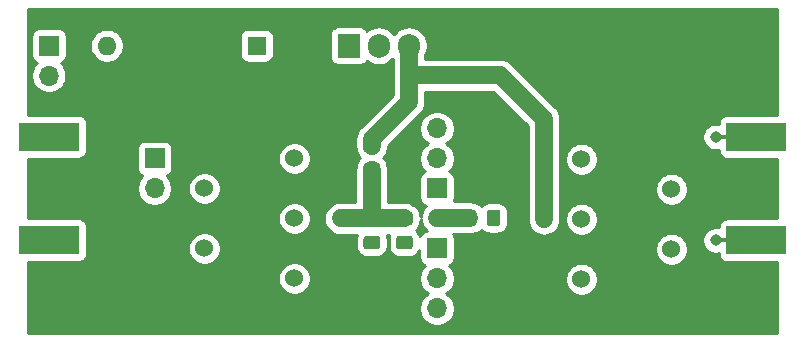
<source format=gbr>
G04 #@! TF.GenerationSoftware,KiCad,Pcbnew,(5.1.5)-3*
G04 #@! TF.CreationDate,2020-02-01T14:42:05-08:00*
G04 #@! TF.ProjectId,Power Amplifier 1,506f7765-7220-4416-9d70-6c6966696572,rev?*
G04 #@! TF.SameCoordinates,Original*
G04 #@! TF.FileFunction,Copper,L2,Bot*
G04 #@! TF.FilePolarity,Positive*
%FSLAX46Y46*%
G04 Gerber Fmt 4.6, Leading zero omitted, Abs format (unit mm)*
G04 Created by KiCad (PCBNEW (5.1.5)-3) date 2020-02-01 14:42:05*
%MOMM*%
%LPD*%
G04 APERTURE LIST*
%ADD10R,5.080000X2.420000*%
%ADD11O,1.700000X1.700000*%
%ADD12R,1.700000X1.700000*%
%ADD13R,0.950000X0.460000*%
%ADD14C,0.970000*%
%ADD15C,0.100000*%
%ADD16O,1.600000X1.600000*%
%ADD17R,1.600000X1.600000*%
%ADD18C,1.524000*%
%ADD19O,1.905000X2.000000*%
%ADD20R,1.905000X2.000000*%
%ADD21C,1.016000*%
%ADD22C,1.500000*%
%ADD23C,1.000000*%
%ADD24C,0.254000*%
G04 APERTURE END LIST*
D10*
X18688900Y-56729400D03*
X18688900Y-47969400D03*
D11*
X51523900Y-62509400D03*
X51523900Y-59969400D03*
D12*
X51523900Y-57429400D03*
D11*
X51523900Y-47269400D03*
X51523900Y-49809400D03*
D12*
X51523900Y-52349400D03*
D13*
X75565000Y-47982100D03*
X75565000Y-56742100D03*
D14*
X75115000Y-47982100D03*
X75115000Y-56742100D03*
D10*
X78555000Y-47982100D03*
X78555000Y-56742100D03*
D11*
X27609800Y-52349400D03*
D12*
X27609800Y-49809400D03*
G04 #@! TA.AperFunction,SMDPad,CuDef*
D15*
G36*
X49242505Y-56356604D02*
G01*
X49266773Y-56360204D01*
X49290572Y-56366165D01*
X49313671Y-56374430D01*
X49335850Y-56384920D01*
X49356893Y-56397532D01*
X49376599Y-56412147D01*
X49394777Y-56428623D01*
X49411253Y-56446801D01*
X49425868Y-56466507D01*
X49438480Y-56487550D01*
X49448970Y-56509729D01*
X49457235Y-56532828D01*
X49463196Y-56556627D01*
X49466796Y-56580895D01*
X49468000Y-56605399D01*
X49468000Y-57255401D01*
X49466796Y-57279905D01*
X49463196Y-57304173D01*
X49457235Y-57327972D01*
X49448970Y-57351071D01*
X49438480Y-57373250D01*
X49425868Y-57394293D01*
X49411253Y-57413999D01*
X49394777Y-57432177D01*
X49376599Y-57448653D01*
X49356893Y-57463268D01*
X49335850Y-57475880D01*
X49313671Y-57486370D01*
X49290572Y-57494635D01*
X49266773Y-57500596D01*
X49242505Y-57504196D01*
X49218001Y-57505400D01*
X48317999Y-57505400D01*
X48293495Y-57504196D01*
X48269227Y-57500596D01*
X48245428Y-57494635D01*
X48222329Y-57486370D01*
X48200150Y-57475880D01*
X48179107Y-57463268D01*
X48159401Y-57448653D01*
X48141223Y-57432177D01*
X48124747Y-57413999D01*
X48110132Y-57394293D01*
X48097520Y-57373250D01*
X48087030Y-57351071D01*
X48078765Y-57327972D01*
X48072804Y-57304173D01*
X48069204Y-57279905D01*
X48068000Y-57255401D01*
X48068000Y-56605399D01*
X48069204Y-56580895D01*
X48072804Y-56556627D01*
X48078765Y-56532828D01*
X48087030Y-56509729D01*
X48097520Y-56487550D01*
X48110132Y-56466507D01*
X48124747Y-56446801D01*
X48141223Y-56428623D01*
X48159401Y-56412147D01*
X48179107Y-56397532D01*
X48200150Y-56384920D01*
X48222329Y-56374430D01*
X48245428Y-56366165D01*
X48269227Y-56360204D01*
X48293495Y-56356604D01*
X48317999Y-56355400D01*
X49218001Y-56355400D01*
X49242505Y-56356604D01*
G37*
G04 #@! TD.AperFunction*
G04 #@! TA.AperFunction,SMDPad,CuDef*
G36*
X49242505Y-54306604D02*
G01*
X49266773Y-54310204D01*
X49290572Y-54316165D01*
X49313671Y-54324430D01*
X49335850Y-54334920D01*
X49356893Y-54347532D01*
X49376599Y-54362147D01*
X49394777Y-54378623D01*
X49411253Y-54396801D01*
X49425868Y-54416507D01*
X49438480Y-54437550D01*
X49448970Y-54459729D01*
X49457235Y-54482828D01*
X49463196Y-54506627D01*
X49466796Y-54530895D01*
X49468000Y-54555399D01*
X49468000Y-55205401D01*
X49466796Y-55229905D01*
X49463196Y-55254173D01*
X49457235Y-55277972D01*
X49448970Y-55301071D01*
X49438480Y-55323250D01*
X49425868Y-55344293D01*
X49411253Y-55363999D01*
X49394777Y-55382177D01*
X49376599Y-55398653D01*
X49356893Y-55413268D01*
X49335850Y-55425880D01*
X49313671Y-55436370D01*
X49290572Y-55444635D01*
X49266773Y-55450596D01*
X49242505Y-55454196D01*
X49218001Y-55455400D01*
X48317999Y-55455400D01*
X48293495Y-55454196D01*
X48269227Y-55450596D01*
X48245428Y-55444635D01*
X48222329Y-55436370D01*
X48200150Y-55425880D01*
X48179107Y-55413268D01*
X48159401Y-55398653D01*
X48141223Y-55382177D01*
X48124747Y-55363999D01*
X48110132Y-55344293D01*
X48097520Y-55323250D01*
X48087030Y-55301071D01*
X48078765Y-55277972D01*
X48072804Y-55254173D01*
X48069204Y-55229905D01*
X48068000Y-55205401D01*
X48068000Y-54555399D01*
X48069204Y-54530895D01*
X48072804Y-54506627D01*
X48078765Y-54482828D01*
X48087030Y-54459729D01*
X48097520Y-54437550D01*
X48110132Y-54416507D01*
X48124747Y-54396801D01*
X48141223Y-54378623D01*
X48159401Y-54362147D01*
X48179107Y-54347532D01*
X48200150Y-54334920D01*
X48222329Y-54324430D01*
X48245428Y-54316165D01*
X48269227Y-54310204D01*
X48293495Y-54306604D01*
X48317999Y-54305400D01*
X49218001Y-54305400D01*
X49242505Y-54306604D01*
G37*
G04 #@! TD.AperFunction*
D16*
X23558500Y-40259000D03*
D17*
X36258500Y-40259000D03*
D11*
X18669000Y-42799000D03*
D12*
X18669000Y-40259000D03*
G04 #@! TA.AperFunction,SMDPad,CuDef*
D15*
G36*
X46473905Y-50193404D02*
G01*
X46498173Y-50197004D01*
X46521972Y-50202965D01*
X46545071Y-50211230D01*
X46567250Y-50221720D01*
X46588293Y-50234332D01*
X46607999Y-50248947D01*
X46626177Y-50265423D01*
X46642653Y-50283601D01*
X46657268Y-50303307D01*
X46669880Y-50324350D01*
X46680370Y-50346529D01*
X46688635Y-50369628D01*
X46694596Y-50393427D01*
X46698196Y-50417695D01*
X46699400Y-50442199D01*
X46699400Y-51092201D01*
X46698196Y-51116705D01*
X46694596Y-51140973D01*
X46688635Y-51164772D01*
X46680370Y-51187871D01*
X46669880Y-51210050D01*
X46657268Y-51231093D01*
X46642653Y-51250799D01*
X46626177Y-51268977D01*
X46607999Y-51285453D01*
X46588293Y-51300068D01*
X46567250Y-51312680D01*
X46545071Y-51323170D01*
X46521972Y-51331435D01*
X46498173Y-51337396D01*
X46473905Y-51340996D01*
X46449401Y-51342200D01*
X45549399Y-51342200D01*
X45524895Y-51340996D01*
X45500627Y-51337396D01*
X45476828Y-51331435D01*
X45453729Y-51323170D01*
X45431550Y-51312680D01*
X45410507Y-51300068D01*
X45390801Y-51285453D01*
X45372623Y-51268977D01*
X45356147Y-51250799D01*
X45341532Y-51231093D01*
X45328920Y-51210050D01*
X45318430Y-51187871D01*
X45310165Y-51164772D01*
X45304204Y-51140973D01*
X45300604Y-51116705D01*
X45299400Y-51092201D01*
X45299400Y-50442199D01*
X45300604Y-50417695D01*
X45304204Y-50393427D01*
X45310165Y-50369628D01*
X45318430Y-50346529D01*
X45328920Y-50324350D01*
X45341532Y-50303307D01*
X45356147Y-50283601D01*
X45372623Y-50265423D01*
X45390801Y-50248947D01*
X45410507Y-50234332D01*
X45431550Y-50221720D01*
X45453729Y-50211230D01*
X45476828Y-50202965D01*
X45500627Y-50197004D01*
X45524895Y-50193404D01*
X45549399Y-50192200D01*
X46449401Y-50192200D01*
X46473905Y-50193404D01*
G37*
G04 #@! TD.AperFunction*
G04 #@! TA.AperFunction,SMDPad,CuDef*
G36*
X46473905Y-48143404D02*
G01*
X46498173Y-48147004D01*
X46521972Y-48152965D01*
X46545071Y-48161230D01*
X46567250Y-48171720D01*
X46588293Y-48184332D01*
X46607999Y-48198947D01*
X46626177Y-48215423D01*
X46642653Y-48233601D01*
X46657268Y-48253307D01*
X46669880Y-48274350D01*
X46680370Y-48296529D01*
X46688635Y-48319628D01*
X46694596Y-48343427D01*
X46698196Y-48367695D01*
X46699400Y-48392199D01*
X46699400Y-49042201D01*
X46698196Y-49066705D01*
X46694596Y-49090973D01*
X46688635Y-49114772D01*
X46680370Y-49137871D01*
X46669880Y-49160050D01*
X46657268Y-49181093D01*
X46642653Y-49200799D01*
X46626177Y-49218977D01*
X46607999Y-49235453D01*
X46588293Y-49250068D01*
X46567250Y-49262680D01*
X46545071Y-49273170D01*
X46521972Y-49281435D01*
X46498173Y-49287396D01*
X46473905Y-49290996D01*
X46449401Y-49292200D01*
X45549399Y-49292200D01*
X45524895Y-49290996D01*
X45500627Y-49287396D01*
X45476828Y-49281435D01*
X45453729Y-49273170D01*
X45431550Y-49262680D01*
X45410507Y-49250068D01*
X45390801Y-49235453D01*
X45372623Y-49218977D01*
X45356147Y-49200799D01*
X45341532Y-49181093D01*
X45328920Y-49160050D01*
X45318430Y-49137871D01*
X45310165Y-49114772D01*
X45304204Y-49090973D01*
X45300604Y-49066705D01*
X45299400Y-49042201D01*
X45299400Y-48392199D01*
X45300604Y-48367695D01*
X45304204Y-48343427D01*
X45310165Y-48319628D01*
X45318430Y-48296529D01*
X45328920Y-48274350D01*
X45341532Y-48253307D01*
X45356147Y-48233601D01*
X45372623Y-48215423D01*
X45390801Y-48198947D01*
X45410507Y-48184332D01*
X45431550Y-48171720D01*
X45453729Y-48161230D01*
X45476828Y-48152965D01*
X45500627Y-48147004D01*
X45524895Y-48143404D01*
X45549399Y-48142200D01*
X46449401Y-48142200D01*
X46473905Y-48143404D01*
G37*
G04 #@! TD.AperFunction*
G04 #@! TA.AperFunction,SMDPad,CuDef*
G36*
X46473905Y-56365604D02*
G01*
X46498173Y-56369204D01*
X46521972Y-56375165D01*
X46545071Y-56383430D01*
X46567250Y-56393920D01*
X46588293Y-56406532D01*
X46607999Y-56421147D01*
X46626177Y-56437623D01*
X46642653Y-56455801D01*
X46657268Y-56475507D01*
X46669880Y-56496550D01*
X46680370Y-56518729D01*
X46688635Y-56541828D01*
X46694596Y-56565627D01*
X46698196Y-56589895D01*
X46699400Y-56614399D01*
X46699400Y-57264401D01*
X46698196Y-57288905D01*
X46694596Y-57313173D01*
X46688635Y-57336972D01*
X46680370Y-57360071D01*
X46669880Y-57382250D01*
X46657268Y-57403293D01*
X46642653Y-57422999D01*
X46626177Y-57441177D01*
X46607999Y-57457653D01*
X46588293Y-57472268D01*
X46567250Y-57484880D01*
X46545071Y-57495370D01*
X46521972Y-57503635D01*
X46498173Y-57509596D01*
X46473905Y-57513196D01*
X46449401Y-57514400D01*
X45549399Y-57514400D01*
X45524895Y-57513196D01*
X45500627Y-57509596D01*
X45476828Y-57503635D01*
X45453729Y-57495370D01*
X45431550Y-57484880D01*
X45410507Y-57472268D01*
X45390801Y-57457653D01*
X45372623Y-57441177D01*
X45356147Y-57422999D01*
X45341532Y-57403293D01*
X45328920Y-57382250D01*
X45318430Y-57360071D01*
X45310165Y-57336972D01*
X45304204Y-57313173D01*
X45300604Y-57288905D01*
X45299400Y-57264401D01*
X45299400Y-56614399D01*
X45300604Y-56589895D01*
X45304204Y-56565627D01*
X45310165Y-56541828D01*
X45318430Y-56518729D01*
X45328920Y-56496550D01*
X45341532Y-56475507D01*
X45356147Y-56455801D01*
X45372623Y-56437623D01*
X45390801Y-56421147D01*
X45410507Y-56406532D01*
X45431550Y-56393920D01*
X45453729Y-56383430D01*
X45476828Y-56375165D01*
X45500627Y-56369204D01*
X45524895Y-56365604D01*
X45549399Y-56364400D01*
X46449401Y-56364400D01*
X46473905Y-56365604D01*
G37*
G04 #@! TD.AperFunction*
G04 #@! TA.AperFunction,SMDPad,CuDef*
G36*
X46473905Y-54315604D02*
G01*
X46498173Y-54319204D01*
X46521972Y-54325165D01*
X46545071Y-54333430D01*
X46567250Y-54343920D01*
X46588293Y-54356532D01*
X46607999Y-54371147D01*
X46626177Y-54387623D01*
X46642653Y-54405801D01*
X46657268Y-54425507D01*
X46669880Y-54446550D01*
X46680370Y-54468729D01*
X46688635Y-54491828D01*
X46694596Y-54515627D01*
X46698196Y-54539895D01*
X46699400Y-54564399D01*
X46699400Y-55214401D01*
X46698196Y-55238905D01*
X46694596Y-55263173D01*
X46688635Y-55286972D01*
X46680370Y-55310071D01*
X46669880Y-55332250D01*
X46657268Y-55353293D01*
X46642653Y-55372999D01*
X46626177Y-55391177D01*
X46607999Y-55407653D01*
X46588293Y-55422268D01*
X46567250Y-55434880D01*
X46545071Y-55445370D01*
X46521972Y-55453635D01*
X46498173Y-55459596D01*
X46473905Y-55463196D01*
X46449401Y-55464400D01*
X45549399Y-55464400D01*
X45524895Y-55463196D01*
X45500627Y-55459596D01*
X45476828Y-55453635D01*
X45453729Y-55445370D01*
X45431550Y-55434880D01*
X45410507Y-55422268D01*
X45390801Y-55407653D01*
X45372623Y-55391177D01*
X45356147Y-55372999D01*
X45341532Y-55353293D01*
X45328920Y-55332250D01*
X45318430Y-55310071D01*
X45310165Y-55286972D01*
X45304204Y-55263173D01*
X45300604Y-55238905D01*
X45299400Y-55214401D01*
X45299400Y-54564399D01*
X45300604Y-54539895D01*
X45304204Y-54515627D01*
X45310165Y-54491828D01*
X45318430Y-54468729D01*
X45328920Y-54446550D01*
X45341532Y-54425507D01*
X45356147Y-54405801D01*
X45372623Y-54387623D01*
X45390801Y-54371147D01*
X45410507Y-54356532D01*
X45431550Y-54343920D01*
X45453729Y-54333430D01*
X45476828Y-54325165D01*
X45500627Y-54319204D01*
X45524895Y-54315604D01*
X45549399Y-54314400D01*
X46449401Y-54314400D01*
X46473905Y-54315604D01*
G37*
G04 #@! TD.AperFunction*
G04 #@! TA.AperFunction,SMDPad,CuDef*
G36*
X56666605Y-54139804D02*
G01*
X56690873Y-54143404D01*
X56714672Y-54149365D01*
X56737771Y-54157630D01*
X56759950Y-54168120D01*
X56780993Y-54180732D01*
X56800699Y-54195347D01*
X56818877Y-54211823D01*
X56835353Y-54230001D01*
X56849968Y-54249707D01*
X56862580Y-54270750D01*
X56873070Y-54292929D01*
X56881335Y-54316028D01*
X56887296Y-54339827D01*
X56890896Y-54364095D01*
X56892100Y-54388599D01*
X56892100Y-55288601D01*
X56890896Y-55313105D01*
X56887296Y-55337373D01*
X56881335Y-55361172D01*
X56873070Y-55384271D01*
X56862580Y-55406450D01*
X56849968Y-55427493D01*
X56835353Y-55447199D01*
X56818877Y-55465377D01*
X56800699Y-55481853D01*
X56780993Y-55496468D01*
X56759950Y-55509080D01*
X56737771Y-55519570D01*
X56714672Y-55527835D01*
X56690873Y-55533796D01*
X56666605Y-55537396D01*
X56642101Y-55538600D01*
X55992099Y-55538600D01*
X55967595Y-55537396D01*
X55943327Y-55533796D01*
X55919528Y-55527835D01*
X55896429Y-55519570D01*
X55874250Y-55509080D01*
X55853207Y-55496468D01*
X55833501Y-55481853D01*
X55815323Y-55465377D01*
X55798847Y-55447199D01*
X55784232Y-55427493D01*
X55771620Y-55406450D01*
X55761130Y-55384271D01*
X55752865Y-55361172D01*
X55746904Y-55337373D01*
X55743304Y-55313105D01*
X55742100Y-55288601D01*
X55742100Y-54388599D01*
X55743304Y-54364095D01*
X55746904Y-54339827D01*
X55752865Y-54316028D01*
X55761130Y-54292929D01*
X55771620Y-54270750D01*
X55784232Y-54249707D01*
X55798847Y-54230001D01*
X55815323Y-54211823D01*
X55833501Y-54195347D01*
X55853207Y-54180732D01*
X55874250Y-54168120D01*
X55896429Y-54157630D01*
X55919528Y-54149365D01*
X55943327Y-54143404D01*
X55967595Y-54139804D01*
X55992099Y-54138600D01*
X56642101Y-54138600D01*
X56666605Y-54139804D01*
G37*
G04 #@! TD.AperFunction*
G04 #@! TA.AperFunction,SMDPad,CuDef*
G36*
X54616605Y-54139804D02*
G01*
X54640873Y-54143404D01*
X54664672Y-54149365D01*
X54687771Y-54157630D01*
X54709950Y-54168120D01*
X54730993Y-54180732D01*
X54750699Y-54195347D01*
X54768877Y-54211823D01*
X54785353Y-54230001D01*
X54799968Y-54249707D01*
X54812580Y-54270750D01*
X54823070Y-54292929D01*
X54831335Y-54316028D01*
X54837296Y-54339827D01*
X54840896Y-54364095D01*
X54842100Y-54388599D01*
X54842100Y-55288601D01*
X54840896Y-55313105D01*
X54837296Y-55337373D01*
X54831335Y-55361172D01*
X54823070Y-55384271D01*
X54812580Y-55406450D01*
X54799968Y-55427493D01*
X54785353Y-55447199D01*
X54768877Y-55465377D01*
X54750699Y-55481853D01*
X54730993Y-55496468D01*
X54709950Y-55509080D01*
X54687771Y-55519570D01*
X54664672Y-55527835D01*
X54640873Y-55533796D01*
X54616605Y-55537396D01*
X54592101Y-55538600D01*
X53942099Y-55538600D01*
X53917595Y-55537396D01*
X53893327Y-55533796D01*
X53869528Y-55527835D01*
X53846429Y-55519570D01*
X53824250Y-55509080D01*
X53803207Y-55496468D01*
X53783501Y-55481853D01*
X53765323Y-55465377D01*
X53748847Y-55447199D01*
X53734232Y-55427493D01*
X53721620Y-55406450D01*
X53711130Y-55384271D01*
X53702865Y-55361172D01*
X53696904Y-55337373D01*
X53693304Y-55313105D01*
X53692100Y-55288601D01*
X53692100Y-54388599D01*
X53693304Y-54364095D01*
X53696904Y-54339827D01*
X53702865Y-54316028D01*
X53711130Y-54292929D01*
X53721620Y-54270750D01*
X53734232Y-54249707D01*
X53748847Y-54230001D01*
X53765323Y-54211823D01*
X53783501Y-54195347D01*
X53803207Y-54180732D01*
X53824250Y-54168120D01*
X53846429Y-54157630D01*
X53869528Y-54149365D01*
X53893327Y-54143404D01*
X53917595Y-54139804D01*
X53942099Y-54138600D01*
X54592101Y-54138600D01*
X54616605Y-54139804D01*
G37*
G04 #@! TD.AperFunction*
D18*
X39446200Y-49809400D03*
X39446200Y-54889400D03*
X39446200Y-59969400D03*
X31826200Y-57429400D03*
X31826200Y-52349400D03*
X71374000Y-52412900D03*
X71374000Y-57492900D03*
X63754000Y-60032900D03*
X63754000Y-54952900D03*
X63754000Y-49872900D03*
D19*
X49149000Y-40259000D03*
X46609000Y-40259000D03*
D20*
X44069000Y-40259000D03*
D21*
X60579000Y-54952900D03*
X43357800Y-54889400D03*
X51523900Y-54838600D03*
D22*
X49149000Y-42759000D02*
X49149000Y-40259000D01*
X49149000Y-44992600D02*
X49149000Y-42759000D01*
X45999400Y-48142200D02*
X49149000Y-44992600D01*
X45999400Y-48717200D02*
X45999400Y-48142200D01*
X60579000Y-54952900D02*
X60579000Y-46482000D01*
X56856000Y-42759000D02*
X49149000Y-42759000D01*
X60579000Y-46482000D02*
X56856000Y-42759000D01*
X45999400Y-54889400D02*
X43357800Y-54889400D01*
X45999400Y-50767200D02*
X45999400Y-54889400D01*
D23*
X48759000Y-54889400D02*
X48768000Y-54880400D01*
D22*
X45999400Y-54889400D02*
X48759000Y-54889400D01*
X51523900Y-54838600D02*
X54267100Y-54838600D01*
D24*
G36*
X80340000Y-46134028D02*
G01*
X76015000Y-46134028D01*
X75890518Y-46146288D01*
X75770820Y-46182598D01*
X75660506Y-46241563D01*
X75563815Y-46320915D01*
X75484463Y-46417606D01*
X75425498Y-46527920D01*
X75389188Y-46647618D01*
X75376928Y-46772100D01*
X75376928Y-46892259D01*
X75225310Y-46862100D01*
X75004690Y-46862100D01*
X74788308Y-46905141D01*
X74584481Y-46989569D01*
X74401042Y-47112139D01*
X74245039Y-47268142D01*
X74122469Y-47451581D01*
X74038041Y-47655408D01*
X73995000Y-47871790D01*
X73995000Y-48092410D01*
X74038041Y-48308792D01*
X74122469Y-48512619D01*
X74245039Y-48696058D01*
X74401042Y-48852061D01*
X74584481Y-48974631D01*
X74788308Y-49059059D01*
X75004690Y-49102100D01*
X75225310Y-49102100D01*
X75376928Y-49071941D01*
X75376928Y-49192100D01*
X75389188Y-49316582D01*
X75425498Y-49436280D01*
X75484463Y-49546594D01*
X75563815Y-49643285D01*
X75660506Y-49722637D01*
X75770820Y-49781602D01*
X75890518Y-49817912D01*
X76015000Y-49830172D01*
X80340000Y-49830172D01*
X80340001Y-54894028D01*
X76015000Y-54894028D01*
X75890518Y-54906288D01*
X75770820Y-54942598D01*
X75660506Y-55001563D01*
X75563815Y-55080915D01*
X75484463Y-55177606D01*
X75425498Y-55287920D01*
X75389188Y-55407618D01*
X75376928Y-55532100D01*
X75376928Y-55652259D01*
X75225310Y-55622100D01*
X75004690Y-55622100D01*
X74788308Y-55665141D01*
X74584481Y-55749569D01*
X74401042Y-55872139D01*
X74245039Y-56028142D01*
X74122469Y-56211581D01*
X74038041Y-56415408D01*
X73995000Y-56631790D01*
X73995000Y-56852410D01*
X74038041Y-57068792D01*
X74122469Y-57272619D01*
X74245039Y-57456058D01*
X74401042Y-57612061D01*
X74584481Y-57734631D01*
X74788308Y-57819059D01*
X75004690Y-57862100D01*
X75225310Y-57862100D01*
X75376928Y-57831941D01*
X75376928Y-57952100D01*
X75389188Y-58076582D01*
X75425498Y-58196280D01*
X75484463Y-58306594D01*
X75563815Y-58403285D01*
X75660506Y-58482637D01*
X75770820Y-58541602D01*
X75890518Y-58577912D01*
X76015000Y-58590172D01*
X80340001Y-58590172D01*
X80340001Y-64618000D01*
X16916000Y-64618000D01*
X16916000Y-59831808D01*
X38049200Y-59831808D01*
X38049200Y-60106992D01*
X38102886Y-60376890D01*
X38208195Y-60631127D01*
X38361080Y-60859935D01*
X38555665Y-61054520D01*
X38784473Y-61207405D01*
X39038710Y-61312714D01*
X39308608Y-61366400D01*
X39583792Y-61366400D01*
X39853690Y-61312714D01*
X40107927Y-61207405D01*
X40336735Y-61054520D01*
X40531320Y-60859935D01*
X40684205Y-60631127D01*
X40789514Y-60376890D01*
X40843200Y-60106992D01*
X40843200Y-59831808D01*
X40789514Y-59561910D01*
X40684205Y-59307673D01*
X40531320Y-59078865D01*
X40336735Y-58884280D01*
X40107927Y-58731395D01*
X39853690Y-58626086D01*
X39583792Y-58572400D01*
X39308608Y-58572400D01*
X39038710Y-58626086D01*
X38784473Y-58731395D01*
X38555665Y-58884280D01*
X38361080Y-59078865D01*
X38208195Y-59307673D01*
X38102886Y-59561910D01*
X38049200Y-59831808D01*
X16916000Y-59831808D01*
X16916000Y-58577472D01*
X21228900Y-58577472D01*
X21353382Y-58565212D01*
X21473080Y-58528902D01*
X21583394Y-58469937D01*
X21680085Y-58390585D01*
X21759437Y-58293894D01*
X21818402Y-58183580D01*
X21854712Y-58063882D01*
X21866972Y-57939400D01*
X21866972Y-57291808D01*
X30429200Y-57291808D01*
X30429200Y-57566992D01*
X30482886Y-57836890D01*
X30588195Y-58091127D01*
X30741080Y-58319935D01*
X30935665Y-58514520D01*
X31164473Y-58667405D01*
X31418710Y-58772714D01*
X31688608Y-58826400D01*
X31963792Y-58826400D01*
X32233690Y-58772714D01*
X32487927Y-58667405D01*
X32716735Y-58514520D01*
X32911320Y-58319935D01*
X33064205Y-58091127D01*
X33169514Y-57836890D01*
X33223200Y-57566992D01*
X33223200Y-57291808D01*
X33169514Y-57021910D01*
X33064205Y-56767673D01*
X32911320Y-56538865D01*
X32716735Y-56344280D01*
X32487927Y-56191395D01*
X32233690Y-56086086D01*
X31963792Y-56032400D01*
X31688608Y-56032400D01*
X31418710Y-56086086D01*
X31164473Y-56191395D01*
X30935665Y-56344280D01*
X30741080Y-56538865D01*
X30588195Y-56767673D01*
X30482886Y-57021910D01*
X30429200Y-57291808D01*
X21866972Y-57291808D01*
X21866972Y-55519400D01*
X21854712Y-55394918D01*
X21818402Y-55275220D01*
X21759437Y-55164906D01*
X21680085Y-55068215D01*
X21583394Y-54988863D01*
X21473080Y-54929898D01*
X21353382Y-54893588D01*
X21228900Y-54881328D01*
X16916000Y-54881328D01*
X16916000Y-54751808D01*
X38049200Y-54751808D01*
X38049200Y-55026992D01*
X38102886Y-55296890D01*
X38208195Y-55551127D01*
X38361080Y-55779935D01*
X38555665Y-55974520D01*
X38784473Y-56127405D01*
X39038710Y-56232714D01*
X39308608Y-56286400D01*
X39583792Y-56286400D01*
X39853690Y-56232714D01*
X40107927Y-56127405D01*
X40336735Y-55974520D01*
X40531320Y-55779935D01*
X40684205Y-55551127D01*
X40789514Y-55296890D01*
X40843200Y-55026992D01*
X40843200Y-54889400D01*
X41966099Y-54889400D01*
X41992840Y-55160907D01*
X42072036Y-55421981D01*
X42200643Y-55662588D01*
X42373719Y-55873481D01*
X42584612Y-56046557D01*
X42825219Y-56175164D01*
X43086293Y-56254360D01*
X43289763Y-56274400D01*
X44729008Y-56274400D01*
X44728928Y-56274549D01*
X44678392Y-56441145D01*
X44661328Y-56614399D01*
X44661328Y-57264401D01*
X44678392Y-57437655D01*
X44728928Y-57604251D01*
X44810995Y-57757787D01*
X44921438Y-57892362D01*
X45056013Y-58002805D01*
X45209549Y-58084872D01*
X45376145Y-58135408D01*
X45549399Y-58152472D01*
X46449401Y-58152472D01*
X46622655Y-58135408D01*
X46789251Y-58084872D01*
X46942787Y-58002805D01*
X47077362Y-57892362D01*
X47187805Y-57757787D01*
X47269872Y-57604251D01*
X47320408Y-57437655D01*
X47337472Y-57264401D01*
X47337472Y-56614399D01*
X47320408Y-56441145D01*
X47269872Y-56274549D01*
X47269792Y-56274400D01*
X47494843Y-56274400D01*
X47446992Y-56432145D01*
X47429928Y-56605399D01*
X47429928Y-57255401D01*
X47446992Y-57428655D01*
X47497528Y-57595251D01*
X47579595Y-57748787D01*
X47690038Y-57883362D01*
X47824613Y-57993805D01*
X47978149Y-58075872D01*
X48144745Y-58126408D01*
X48317999Y-58143472D01*
X49218001Y-58143472D01*
X49391255Y-58126408D01*
X49557851Y-58075872D01*
X49711387Y-57993805D01*
X49845962Y-57883362D01*
X49956405Y-57748787D01*
X50035828Y-57600198D01*
X50035828Y-58279400D01*
X50048088Y-58403882D01*
X50084398Y-58523580D01*
X50143363Y-58633894D01*
X50222715Y-58730585D01*
X50319406Y-58809937D01*
X50429720Y-58868902D01*
X50502280Y-58890913D01*
X50370425Y-59022768D01*
X50207910Y-59265989D01*
X50095968Y-59536242D01*
X50038900Y-59823140D01*
X50038900Y-60115660D01*
X50095968Y-60402558D01*
X50207910Y-60672811D01*
X50370425Y-60916032D01*
X50577268Y-61122875D01*
X50751660Y-61239400D01*
X50577268Y-61355925D01*
X50370425Y-61562768D01*
X50207910Y-61805989D01*
X50095968Y-62076242D01*
X50038900Y-62363140D01*
X50038900Y-62655660D01*
X50095968Y-62942558D01*
X50207910Y-63212811D01*
X50370425Y-63456032D01*
X50577268Y-63662875D01*
X50820489Y-63825390D01*
X51090742Y-63937332D01*
X51377640Y-63994400D01*
X51670160Y-63994400D01*
X51957058Y-63937332D01*
X52227311Y-63825390D01*
X52470532Y-63662875D01*
X52677375Y-63456032D01*
X52839890Y-63212811D01*
X52951832Y-62942558D01*
X53008900Y-62655660D01*
X53008900Y-62363140D01*
X52951832Y-62076242D01*
X52839890Y-61805989D01*
X52677375Y-61562768D01*
X52470532Y-61355925D01*
X52296140Y-61239400D01*
X52470532Y-61122875D01*
X52677375Y-60916032D01*
X52839890Y-60672811D01*
X52951832Y-60402558D01*
X53008900Y-60115660D01*
X53008900Y-59895308D01*
X62357000Y-59895308D01*
X62357000Y-60170492D01*
X62410686Y-60440390D01*
X62515995Y-60694627D01*
X62668880Y-60923435D01*
X62863465Y-61118020D01*
X63092273Y-61270905D01*
X63346510Y-61376214D01*
X63616408Y-61429900D01*
X63891592Y-61429900D01*
X64161490Y-61376214D01*
X64415727Y-61270905D01*
X64644535Y-61118020D01*
X64839120Y-60923435D01*
X64992005Y-60694627D01*
X65097314Y-60440390D01*
X65151000Y-60170492D01*
X65151000Y-59895308D01*
X65097314Y-59625410D01*
X64992005Y-59371173D01*
X64839120Y-59142365D01*
X64644535Y-58947780D01*
X64415727Y-58794895D01*
X64161490Y-58689586D01*
X63891592Y-58635900D01*
X63616408Y-58635900D01*
X63346510Y-58689586D01*
X63092273Y-58794895D01*
X62863465Y-58947780D01*
X62668880Y-59142365D01*
X62515995Y-59371173D01*
X62410686Y-59625410D01*
X62357000Y-59895308D01*
X53008900Y-59895308D01*
X53008900Y-59823140D01*
X52951832Y-59536242D01*
X52839890Y-59265989D01*
X52677375Y-59022768D01*
X52545520Y-58890913D01*
X52618080Y-58868902D01*
X52728394Y-58809937D01*
X52825085Y-58730585D01*
X52904437Y-58633894D01*
X52963402Y-58523580D01*
X52999712Y-58403882D01*
X53011972Y-58279400D01*
X53011972Y-57355308D01*
X69977000Y-57355308D01*
X69977000Y-57630492D01*
X70030686Y-57900390D01*
X70135995Y-58154627D01*
X70288880Y-58383435D01*
X70483465Y-58578020D01*
X70712273Y-58730905D01*
X70966510Y-58836214D01*
X71236408Y-58889900D01*
X71511592Y-58889900D01*
X71781490Y-58836214D01*
X72035727Y-58730905D01*
X72264535Y-58578020D01*
X72459120Y-58383435D01*
X72612005Y-58154627D01*
X72717314Y-57900390D01*
X72771000Y-57630492D01*
X72771000Y-57355308D01*
X72717314Y-57085410D01*
X72612005Y-56831173D01*
X72459120Y-56602365D01*
X72264535Y-56407780D01*
X72035727Y-56254895D01*
X71781490Y-56149586D01*
X71511592Y-56095900D01*
X71236408Y-56095900D01*
X70966510Y-56149586D01*
X70712273Y-56254895D01*
X70483465Y-56407780D01*
X70288880Y-56602365D01*
X70135995Y-56831173D01*
X70030686Y-57085410D01*
X69977000Y-57355308D01*
X53011972Y-57355308D01*
X53011972Y-56579400D01*
X52999712Y-56454918D01*
X52963402Y-56335220D01*
X52904437Y-56224906D01*
X52903365Y-56223600D01*
X54335137Y-56223600D01*
X54538607Y-56203560D01*
X54644141Y-56171546D01*
X54765355Y-56159608D01*
X54931951Y-56109072D01*
X55085487Y-56027005D01*
X55220062Y-55916562D01*
X55292100Y-55828784D01*
X55364138Y-55916562D01*
X55498713Y-56027005D01*
X55652249Y-56109072D01*
X55818845Y-56159608D01*
X55992099Y-56176672D01*
X56642101Y-56176672D01*
X56815355Y-56159608D01*
X56981951Y-56109072D01*
X57135487Y-56027005D01*
X57270062Y-55916562D01*
X57380505Y-55781987D01*
X57462572Y-55628451D01*
X57513108Y-55461855D01*
X57530172Y-55288601D01*
X57530172Y-54388599D01*
X57513108Y-54215345D01*
X57462572Y-54048749D01*
X57380505Y-53895213D01*
X57270062Y-53760638D01*
X57135487Y-53650195D01*
X56981951Y-53568128D01*
X56815355Y-53517592D01*
X56642101Y-53500528D01*
X55992099Y-53500528D01*
X55818845Y-53517592D01*
X55652249Y-53568128D01*
X55498713Y-53650195D01*
X55364138Y-53760638D01*
X55292100Y-53848416D01*
X55220062Y-53760638D01*
X55085487Y-53650195D01*
X54931951Y-53568128D01*
X54765355Y-53517592D01*
X54644141Y-53505654D01*
X54538607Y-53473640D01*
X54335137Y-53453600D01*
X52958046Y-53453600D01*
X52963402Y-53443580D01*
X52999712Y-53323882D01*
X53011972Y-53199400D01*
X53011972Y-51499400D01*
X52999712Y-51374918D01*
X52963402Y-51255220D01*
X52904437Y-51144906D01*
X52825085Y-51048215D01*
X52728394Y-50968863D01*
X52618080Y-50909898D01*
X52545520Y-50887887D01*
X52677375Y-50756032D01*
X52839890Y-50512811D01*
X52951832Y-50242558D01*
X53008900Y-49955660D01*
X53008900Y-49663140D01*
X52951832Y-49376242D01*
X52839890Y-49105989D01*
X52677375Y-48862768D01*
X52470532Y-48655925D01*
X52296140Y-48539400D01*
X52470532Y-48422875D01*
X52677375Y-48216032D01*
X52839890Y-47972811D01*
X52951832Y-47702558D01*
X53008900Y-47415660D01*
X53008900Y-47123140D01*
X52951832Y-46836242D01*
X52839890Y-46565989D01*
X52677375Y-46322768D01*
X52470532Y-46115925D01*
X52227311Y-45953410D01*
X51957058Y-45841468D01*
X51670160Y-45784400D01*
X51377640Y-45784400D01*
X51090742Y-45841468D01*
X50820489Y-45953410D01*
X50577268Y-46115925D01*
X50370425Y-46322768D01*
X50207910Y-46565989D01*
X50095968Y-46836242D01*
X50038900Y-47123140D01*
X50038900Y-47415660D01*
X50095968Y-47702558D01*
X50207910Y-47972811D01*
X50370425Y-48216032D01*
X50577268Y-48422875D01*
X50751660Y-48539400D01*
X50577268Y-48655925D01*
X50370425Y-48862768D01*
X50207910Y-49105989D01*
X50095968Y-49376242D01*
X50038900Y-49663140D01*
X50038900Y-49955660D01*
X50095968Y-50242558D01*
X50207910Y-50512811D01*
X50370425Y-50756032D01*
X50502280Y-50887887D01*
X50429720Y-50909898D01*
X50319406Y-50968863D01*
X50222715Y-51048215D01*
X50143363Y-51144906D01*
X50084398Y-51255220D01*
X50048088Y-51374918D01*
X50035828Y-51499400D01*
X50035828Y-53199400D01*
X50048088Y-53323882D01*
X50084398Y-53443580D01*
X50143363Y-53553894D01*
X50222715Y-53650585D01*
X50319406Y-53729937D01*
X50429720Y-53788902D01*
X50549418Y-53825212D01*
X50572732Y-53827508D01*
X50539819Y-53854519D01*
X50366743Y-54065412D01*
X50238136Y-54306019D01*
X50158940Y-54567093D01*
X50138948Y-54770073D01*
X50123960Y-54617893D01*
X50106072Y-54558924D01*
X50106072Y-54555399D01*
X50089008Y-54382145D01*
X50038472Y-54215549D01*
X49956405Y-54062013D01*
X49845962Y-53927438D01*
X49711387Y-53816995D01*
X49557851Y-53734928D01*
X49510127Y-53720451D01*
X49291581Y-53603636D01*
X49030507Y-53524440D01*
X48827037Y-53504400D01*
X47384400Y-53504400D01*
X47384400Y-50699163D01*
X47364360Y-50495693D01*
X47332346Y-50390159D01*
X47320408Y-50268945D01*
X47269872Y-50102349D01*
X47187805Y-49948813D01*
X47077362Y-49814238D01*
X46989584Y-49742200D01*
X47077362Y-49670162D01*
X47187805Y-49535587D01*
X47269872Y-49382051D01*
X47320408Y-49215455D01*
X47332346Y-49094241D01*
X47364360Y-48988707D01*
X47384400Y-48785237D01*
X47384400Y-48715885D01*
X50080241Y-46020045D01*
X50133080Y-45976681D01*
X50176445Y-45923841D01*
X50176452Y-45923834D01*
X50306156Y-45765789D01*
X50306158Y-45765787D01*
X50434764Y-45525181D01*
X50513960Y-45264107D01*
X50534000Y-45060637D01*
X50534000Y-45060630D01*
X50540700Y-44992601D01*
X50534000Y-44924572D01*
X50534000Y-44144000D01*
X56282315Y-44144000D01*
X59194001Y-47055687D01*
X59194000Y-55020936D01*
X59214040Y-55224406D01*
X59293236Y-55485480D01*
X59421843Y-55726087D01*
X59594919Y-55936980D01*
X59805812Y-56110057D01*
X60046419Y-56238664D01*
X60307493Y-56317860D01*
X60579000Y-56344601D01*
X60850506Y-56317860D01*
X61111580Y-56238664D01*
X61352187Y-56110057D01*
X61563080Y-55936981D01*
X61736157Y-55726088D01*
X61864764Y-55485481D01*
X61943960Y-55224407D01*
X61964000Y-55020937D01*
X61964000Y-54815308D01*
X62357000Y-54815308D01*
X62357000Y-55090492D01*
X62410686Y-55360390D01*
X62515995Y-55614627D01*
X62668880Y-55843435D01*
X62863465Y-56038020D01*
X63092273Y-56190905D01*
X63346510Y-56296214D01*
X63616408Y-56349900D01*
X63891592Y-56349900D01*
X64161490Y-56296214D01*
X64415727Y-56190905D01*
X64644535Y-56038020D01*
X64839120Y-55843435D01*
X64992005Y-55614627D01*
X65097314Y-55360390D01*
X65151000Y-55090492D01*
X65151000Y-54815308D01*
X65097314Y-54545410D01*
X64992005Y-54291173D01*
X64839120Y-54062365D01*
X64644535Y-53867780D01*
X64415727Y-53714895D01*
X64161490Y-53609586D01*
X63891592Y-53555900D01*
X63616408Y-53555900D01*
X63346510Y-53609586D01*
X63092273Y-53714895D01*
X62863465Y-53867780D01*
X62668880Y-54062365D01*
X62515995Y-54291173D01*
X62410686Y-54545410D01*
X62357000Y-54815308D01*
X61964000Y-54815308D01*
X61964000Y-52275308D01*
X69977000Y-52275308D01*
X69977000Y-52550492D01*
X70030686Y-52820390D01*
X70135995Y-53074627D01*
X70288880Y-53303435D01*
X70483465Y-53498020D01*
X70712273Y-53650905D01*
X70966510Y-53756214D01*
X71236408Y-53809900D01*
X71511592Y-53809900D01*
X71781490Y-53756214D01*
X72035727Y-53650905D01*
X72264535Y-53498020D01*
X72459120Y-53303435D01*
X72612005Y-53074627D01*
X72717314Y-52820390D01*
X72771000Y-52550492D01*
X72771000Y-52275308D01*
X72717314Y-52005410D01*
X72612005Y-51751173D01*
X72459120Y-51522365D01*
X72264535Y-51327780D01*
X72035727Y-51174895D01*
X71781490Y-51069586D01*
X71511592Y-51015900D01*
X71236408Y-51015900D01*
X70966510Y-51069586D01*
X70712273Y-51174895D01*
X70483465Y-51327780D01*
X70288880Y-51522365D01*
X70135995Y-51751173D01*
X70030686Y-52005410D01*
X69977000Y-52275308D01*
X61964000Y-52275308D01*
X61964000Y-49735308D01*
X62357000Y-49735308D01*
X62357000Y-50010492D01*
X62410686Y-50280390D01*
X62515995Y-50534627D01*
X62668880Y-50763435D01*
X62863465Y-50958020D01*
X63092273Y-51110905D01*
X63346510Y-51216214D01*
X63616408Y-51269900D01*
X63891592Y-51269900D01*
X64161490Y-51216214D01*
X64415727Y-51110905D01*
X64644535Y-50958020D01*
X64839120Y-50763435D01*
X64992005Y-50534627D01*
X65097314Y-50280390D01*
X65151000Y-50010492D01*
X65151000Y-49735308D01*
X65097314Y-49465410D01*
X64992005Y-49211173D01*
X64839120Y-48982365D01*
X64644535Y-48787780D01*
X64415727Y-48634895D01*
X64161490Y-48529586D01*
X63891592Y-48475900D01*
X63616408Y-48475900D01*
X63346510Y-48529586D01*
X63092273Y-48634895D01*
X62863465Y-48787780D01*
X62668880Y-48982365D01*
X62515995Y-49211173D01*
X62410686Y-49465410D01*
X62357000Y-49735308D01*
X61964000Y-49735308D01*
X61964000Y-46550026D01*
X61970700Y-46481999D01*
X61964000Y-46413972D01*
X61964000Y-46413963D01*
X61943960Y-46210493D01*
X61864764Y-45949419D01*
X61736157Y-45708812D01*
X61563081Y-45497919D01*
X61510236Y-45454550D01*
X57883454Y-41827769D01*
X57840081Y-41774919D01*
X57629188Y-41601843D01*
X57388581Y-41473236D01*
X57127507Y-41394040D01*
X56924037Y-41374000D01*
X56924029Y-41374000D01*
X56856000Y-41367300D01*
X56787971Y-41374000D01*
X50534000Y-41374000D01*
X50534000Y-41082998D01*
X50622755Y-40916948D01*
X50713530Y-40617703D01*
X50736500Y-40384485D01*
X50736500Y-40133514D01*
X50713530Y-39900296D01*
X50622755Y-39601051D01*
X50475345Y-39325265D01*
X50276963Y-39083537D01*
X50035234Y-38885155D01*
X49759448Y-38737745D01*
X49460203Y-38646970D01*
X49149000Y-38616319D01*
X48837796Y-38646970D01*
X48538551Y-38737745D01*
X48262765Y-38885155D01*
X48021037Y-39083537D01*
X47879000Y-39256609D01*
X47736963Y-39083537D01*
X47495234Y-38885155D01*
X47219448Y-38737745D01*
X46920203Y-38646970D01*
X46609000Y-38616319D01*
X46297796Y-38646970D01*
X45998551Y-38737745D01*
X45722765Y-38885155D01*
X45596905Y-38988446D01*
X45552037Y-38904506D01*
X45472685Y-38807815D01*
X45375994Y-38728463D01*
X45265680Y-38669498D01*
X45145982Y-38633188D01*
X45021500Y-38620928D01*
X43116500Y-38620928D01*
X42992018Y-38633188D01*
X42872320Y-38669498D01*
X42762006Y-38728463D01*
X42665315Y-38807815D01*
X42585963Y-38904506D01*
X42526998Y-39014820D01*
X42490688Y-39134518D01*
X42478428Y-39259000D01*
X42478428Y-41259000D01*
X42490688Y-41383482D01*
X42526998Y-41503180D01*
X42585963Y-41613494D01*
X42665315Y-41710185D01*
X42762006Y-41789537D01*
X42872320Y-41848502D01*
X42992018Y-41884812D01*
X43116500Y-41897072D01*
X45021500Y-41897072D01*
X45145982Y-41884812D01*
X45265680Y-41848502D01*
X45375994Y-41789537D01*
X45472685Y-41710185D01*
X45552037Y-41613494D01*
X45596905Y-41529553D01*
X45722766Y-41632845D01*
X45998552Y-41780255D01*
X46297797Y-41871030D01*
X46609000Y-41901681D01*
X46920204Y-41871030D01*
X47219449Y-41780255D01*
X47495235Y-41632845D01*
X47736963Y-41434463D01*
X47764001Y-41401518D01*
X47764000Y-42690963D01*
X47757299Y-42759000D01*
X47764001Y-42827046D01*
X47764000Y-44418914D01*
X45068164Y-47114751D01*
X45015320Y-47158119D01*
X44842243Y-47369012D01*
X44713636Y-47609619D01*
X44634440Y-47870693D01*
X44614400Y-48074163D01*
X44614400Y-48074171D01*
X44607700Y-48142200D01*
X44614400Y-48210229D01*
X44614400Y-48785236D01*
X44634440Y-48988706D01*
X44666453Y-49094240D01*
X44678392Y-49215455D01*
X44728928Y-49382051D01*
X44810995Y-49535587D01*
X44921438Y-49670162D01*
X45009216Y-49742200D01*
X44921438Y-49814238D01*
X44810995Y-49948813D01*
X44728928Y-50102349D01*
X44678392Y-50268945D01*
X44666453Y-50390160D01*
X44634440Y-50495694D01*
X44614400Y-50699164D01*
X44614401Y-53504400D01*
X43289763Y-53504400D01*
X43086293Y-53524440D01*
X42825219Y-53603636D01*
X42584612Y-53732243D01*
X42373719Y-53905319D01*
X42200643Y-54116212D01*
X42072036Y-54356819D01*
X41992840Y-54617893D01*
X41966099Y-54889400D01*
X40843200Y-54889400D01*
X40843200Y-54751808D01*
X40789514Y-54481910D01*
X40684205Y-54227673D01*
X40531320Y-53998865D01*
X40336735Y-53804280D01*
X40107927Y-53651395D01*
X39853690Y-53546086D01*
X39583792Y-53492400D01*
X39308608Y-53492400D01*
X39038710Y-53546086D01*
X38784473Y-53651395D01*
X38555665Y-53804280D01*
X38361080Y-53998865D01*
X38208195Y-54227673D01*
X38102886Y-54481910D01*
X38049200Y-54751808D01*
X16916000Y-54751808D01*
X16916000Y-49817472D01*
X21228900Y-49817472D01*
X21353382Y-49805212D01*
X21473080Y-49768902D01*
X21583394Y-49709937D01*
X21680085Y-49630585D01*
X21759437Y-49533894D01*
X21818402Y-49423580D01*
X21854712Y-49303882D01*
X21866972Y-49179400D01*
X21866972Y-48959400D01*
X26121728Y-48959400D01*
X26121728Y-50659400D01*
X26133988Y-50783882D01*
X26170298Y-50903580D01*
X26229263Y-51013894D01*
X26308615Y-51110585D01*
X26405306Y-51189937D01*
X26515620Y-51248902D01*
X26588180Y-51270913D01*
X26456325Y-51402768D01*
X26293810Y-51645989D01*
X26181868Y-51916242D01*
X26124800Y-52203140D01*
X26124800Y-52495660D01*
X26181868Y-52782558D01*
X26293810Y-53052811D01*
X26456325Y-53296032D01*
X26663168Y-53502875D01*
X26906389Y-53665390D01*
X27176642Y-53777332D01*
X27463540Y-53834400D01*
X27756060Y-53834400D01*
X28042958Y-53777332D01*
X28313211Y-53665390D01*
X28556432Y-53502875D01*
X28763275Y-53296032D01*
X28925790Y-53052811D01*
X29037732Y-52782558D01*
X29094800Y-52495660D01*
X29094800Y-52211808D01*
X30429200Y-52211808D01*
X30429200Y-52486992D01*
X30482886Y-52756890D01*
X30588195Y-53011127D01*
X30741080Y-53239935D01*
X30935665Y-53434520D01*
X31164473Y-53587405D01*
X31418710Y-53692714D01*
X31688608Y-53746400D01*
X31963792Y-53746400D01*
X32233690Y-53692714D01*
X32487927Y-53587405D01*
X32716735Y-53434520D01*
X32911320Y-53239935D01*
X33064205Y-53011127D01*
X33169514Y-52756890D01*
X33223200Y-52486992D01*
X33223200Y-52211808D01*
X33169514Y-51941910D01*
X33064205Y-51687673D01*
X32911320Y-51458865D01*
X32716735Y-51264280D01*
X32487927Y-51111395D01*
X32233690Y-51006086D01*
X31963792Y-50952400D01*
X31688608Y-50952400D01*
X31418710Y-51006086D01*
X31164473Y-51111395D01*
X30935665Y-51264280D01*
X30741080Y-51458865D01*
X30588195Y-51687673D01*
X30482886Y-51941910D01*
X30429200Y-52211808D01*
X29094800Y-52211808D01*
X29094800Y-52203140D01*
X29037732Y-51916242D01*
X28925790Y-51645989D01*
X28763275Y-51402768D01*
X28631420Y-51270913D01*
X28703980Y-51248902D01*
X28814294Y-51189937D01*
X28910985Y-51110585D01*
X28990337Y-51013894D01*
X29049302Y-50903580D01*
X29085612Y-50783882D01*
X29097872Y-50659400D01*
X29097872Y-49671808D01*
X38049200Y-49671808D01*
X38049200Y-49946992D01*
X38102886Y-50216890D01*
X38208195Y-50471127D01*
X38361080Y-50699935D01*
X38555665Y-50894520D01*
X38784473Y-51047405D01*
X39038710Y-51152714D01*
X39308608Y-51206400D01*
X39583792Y-51206400D01*
X39853690Y-51152714D01*
X40107927Y-51047405D01*
X40336735Y-50894520D01*
X40531320Y-50699935D01*
X40684205Y-50471127D01*
X40789514Y-50216890D01*
X40843200Y-49946992D01*
X40843200Y-49671808D01*
X40789514Y-49401910D01*
X40684205Y-49147673D01*
X40531320Y-48918865D01*
X40336735Y-48724280D01*
X40107927Y-48571395D01*
X39853690Y-48466086D01*
X39583792Y-48412400D01*
X39308608Y-48412400D01*
X39038710Y-48466086D01*
X38784473Y-48571395D01*
X38555665Y-48724280D01*
X38361080Y-48918865D01*
X38208195Y-49147673D01*
X38102886Y-49401910D01*
X38049200Y-49671808D01*
X29097872Y-49671808D01*
X29097872Y-48959400D01*
X29085612Y-48834918D01*
X29049302Y-48715220D01*
X28990337Y-48604906D01*
X28910985Y-48508215D01*
X28814294Y-48428863D01*
X28703980Y-48369898D01*
X28584282Y-48333588D01*
X28459800Y-48321328D01*
X26759800Y-48321328D01*
X26635318Y-48333588D01*
X26515620Y-48369898D01*
X26405306Y-48428863D01*
X26308615Y-48508215D01*
X26229263Y-48604906D01*
X26170298Y-48715220D01*
X26133988Y-48834918D01*
X26121728Y-48959400D01*
X21866972Y-48959400D01*
X21866972Y-46759400D01*
X21854712Y-46634918D01*
X21818402Y-46515220D01*
X21759437Y-46404906D01*
X21680085Y-46308215D01*
X21583394Y-46228863D01*
X21473080Y-46169898D01*
X21353382Y-46133588D01*
X21228900Y-46121328D01*
X16916000Y-46121328D01*
X16916000Y-39409000D01*
X17180928Y-39409000D01*
X17180928Y-41109000D01*
X17193188Y-41233482D01*
X17229498Y-41353180D01*
X17288463Y-41463494D01*
X17367815Y-41560185D01*
X17464506Y-41639537D01*
X17574820Y-41698502D01*
X17647380Y-41720513D01*
X17515525Y-41852368D01*
X17353010Y-42095589D01*
X17241068Y-42365842D01*
X17184000Y-42652740D01*
X17184000Y-42945260D01*
X17241068Y-43232158D01*
X17353010Y-43502411D01*
X17515525Y-43745632D01*
X17722368Y-43952475D01*
X17965589Y-44114990D01*
X18235842Y-44226932D01*
X18522740Y-44284000D01*
X18815260Y-44284000D01*
X19102158Y-44226932D01*
X19372411Y-44114990D01*
X19615632Y-43952475D01*
X19822475Y-43745632D01*
X19984990Y-43502411D01*
X20096932Y-43232158D01*
X20154000Y-42945260D01*
X20154000Y-42652740D01*
X20096932Y-42365842D01*
X19984990Y-42095589D01*
X19822475Y-41852368D01*
X19690620Y-41720513D01*
X19763180Y-41698502D01*
X19873494Y-41639537D01*
X19970185Y-41560185D01*
X20049537Y-41463494D01*
X20108502Y-41353180D01*
X20144812Y-41233482D01*
X20157072Y-41109000D01*
X20157072Y-40117665D01*
X22123500Y-40117665D01*
X22123500Y-40400335D01*
X22178647Y-40677574D01*
X22286820Y-40938727D01*
X22443863Y-41173759D01*
X22643741Y-41373637D01*
X22878773Y-41530680D01*
X23139926Y-41638853D01*
X23417165Y-41694000D01*
X23699835Y-41694000D01*
X23977074Y-41638853D01*
X24238227Y-41530680D01*
X24473259Y-41373637D01*
X24673137Y-41173759D01*
X24830180Y-40938727D01*
X24938353Y-40677574D01*
X24993500Y-40400335D01*
X24993500Y-40117665D01*
X24938353Y-39840426D01*
X24830180Y-39579273D01*
X24749817Y-39459000D01*
X34820428Y-39459000D01*
X34820428Y-41059000D01*
X34832688Y-41183482D01*
X34868998Y-41303180D01*
X34927963Y-41413494D01*
X35007315Y-41510185D01*
X35104006Y-41589537D01*
X35214320Y-41648502D01*
X35334018Y-41684812D01*
X35458500Y-41697072D01*
X37058500Y-41697072D01*
X37182982Y-41684812D01*
X37302680Y-41648502D01*
X37412994Y-41589537D01*
X37509685Y-41510185D01*
X37589037Y-41413494D01*
X37648002Y-41303180D01*
X37684312Y-41183482D01*
X37696572Y-41059000D01*
X37696572Y-39459000D01*
X37684312Y-39334518D01*
X37648002Y-39214820D01*
X37589037Y-39104506D01*
X37509685Y-39007815D01*
X37412994Y-38928463D01*
X37302680Y-38869498D01*
X37182982Y-38833188D01*
X37058500Y-38820928D01*
X35458500Y-38820928D01*
X35334018Y-38833188D01*
X35214320Y-38869498D01*
X35104006Y-38928463D01*
X35007315Y-39007815D01*
X34927963Y-39104506D01*
X34868998Y-39214820D01*
X34832688Y-39334518D01*
X34820428Y-39459000D01*
X24749817Y-39459000D01*
X24673137Y-39344241D01*
X24473259Y-39144363D01*
X24238227Y-38987320D01*
X23977074Y-38879147D01*
X23699835Y-38824000D01*
X23417165Y-38824000D01*
X23139926Y-38879147D01*
X22878773Y-38987320D01*
X22643741Y-39144363D01*
X22443863Y-39344241D01*
X22286820Y-39579273D01*
X22178647Y-39840426D01*
X22123500Y-40117665D01*
X20157072Y-40117665D01*
X20157072Y-39409000D01*
X20144812Y-39284518D01*
X20108502Y-39164820D01*
X20049537Y-39054506D01*
X19970185Y-38957815D01*
X19873494Y-38878463D01*
X19763180Y-38819498D01*
X19643482Y-38783188D01*
X19519000Y-38770928D01*
X17819000Y-38770928D01*
X17694518Y-38783188D01*
X17574820Y-38819498D01*
X17464506Y-38878463D01*
X17367815Y-38957815D01*
X17288463Y-39054506D01*
X17229498Y-39164820D01*
X17193188Y-39284518D01*
X17180928Y-39409000D01*
X16916000Y-39409000D01*
X16916000Y-37197900D01*
X80340000Y-37197900D01*
X80340000Y-46134028D01*
G37*
X80340000Y-46134028D02*
X76015000Y-46134028D01*
X75890518Y-46146288D01*
X75770820Y-46182598D01*
X75660506Y-46241563D01*
X75563815Y-46320915D01*
X75484463Y-46417606D01*
X75425498Y-46527920D01*
X75389188Y-46647618D01*
X75376928Y-46772100D01*
X75376928Y-46892259D01*
X75225310Y-46862100D01*
X75004690Y-46862100D01*
X74788308Y-46905141D01*
X74584481Y-46989569D01*
X74401042Y-47112139D01*
X74245039Y-47268142D01*
X74122469Y-47451581D01*
X74038041Y-47655408D01*
X73995000Y-47871790D01*
X73995000Y-48092410D01*
X74038041Y-48308792D01*
X74122469Y-48512619D01*
X74245039Y-48696058D01*
X74401042Y-48852061D01*
X74584481Y-48974631D01*
X74788308Y-49059059D01*
X75004690Y-49102100D01*
X75225310Y-49102100D01*
X75376928Y-49071941D01*
X75376928Y-49192100D01*
X75389188Y-49316582D01*
X75425498Y-49436280D01*
X75484463Y-49546594D01*
X75563815Y-49643285D01*
X75660506Y-49722637D01*
X75770820Y-49781602D01*
X75890518Y-49817912D01*
X76015000Y-49830172D01*
X80340000Y-49830172D01*
X80340001Y-54894028D01*
X76015000Y-54894028D01*
X75890518Y-54906288D01*
X75770820Y-54942598D01*
X75660506Y-55001563D01*
X75563815Y-55080915D01*
X75484463Y-55177606D01*
X75425498Y-55287920D01*
X75389188Y-55407618D01*
X75376928Y-55532100D01*
X75376928Y-55652259D01*
X75225310Y-55622100D01*
X75004690Y-55622100D01*
X74788308Y-55665141D01*
X74584481Y-55749569D01*
X74401042Y-55872139D01*
X74245039Y-56028142D01*
X74122469Y-56211581D01*
X74038041Y-56415408D01*
X73995000Y-56631790D01*
X73995000Y-56852410D01*
X74038041Y-57068792D01*
X74122469Y-57272619D01*
X74245039Y-57456058D01*
X74401042Y-57612061D01*
X74584481Y-57734631D01*
X74788308Y-57819059D01*
X75004690Y-57862100D01*
X75225310Y-57862100D01*
X75376928Y-57831941D01*
X75376928Y-57952100D01*
X75389188Y-58076582D01*
X75425498Y-58196280D01*
X75484463Y-58306594D01*
X75563815Y-58403285D01*
X75660506Y-58482637D01*
X75770820Y-58541602D01*
X75890518Y-58577912D01*
X76015000Y-58590172D01*
X80340001Y-58590172D01*
X80340001Y-64618000D01*
X16916000Y-64618000D01*
X16916000Y-59831808D01*
X38049200Y-59831808D01*
X38049200Y-60106992D01*
X38102886Y-60376890D01*
X38208195Y-60631127D01*
X38361080Y-60859935D01*
X38555665Y-61054520D01*
X38784473Y-61207405D01*
X39038710Y-61312714D01*
X39308608Y-61366400D01*
X39583792Y-61366400D01*
X39853690Y-61312714D01*
X40107927Y-61207405D01*
X40336735Y-61054520D01*
X40531320Y-60859935D01*
X40684205Y-60631127D01*
X40789514Y-60376890D01*
X40843200Y-60106992D01*
X40843200Y-59831808D01*
X40789514Y-59561910D01*
X40684205Y-59307673D01*
X40531320Y-59078865D01*
X40336735Y-58884280D01*
X40107927Y-58731395D01*
X39853690Y-58626086D01*
X39583792Y-58572400D01*
X39308608Y-58572400D01*
X39038710Y-58626086D01*
X38784473Y-58731395D01*
X38555665Y-58884280D01*
X38361080Y-59078865D01*
X38208195Y-59307673D01*
X38102886Y-59561910D01*
X38049200Y-59831808D01*
X16916000Y-59831808D01*
X16916000Y-58577472D01*
X21228900Y-58577472D01*
X21353382Y-58565212D01*
X21473080Y-58528902D01*
X21583394Y-58469937D01*
X21680085Y-58390585D01*
X21759437Y-58293894D01*
X21818402Y-58183580D01*
X21854712Y-58063882D01*
X21866972Y-57939400D01*
X21866972Y-57291808D01*
X30429200Y-57291808D01*
X30429200Y-57566992D01*
X30482886Y-57836890D01*
X30588195Y-58091127D01*
X30741080Y-58319935D01*
X30935665Y-58514520D01*
X31164473Y-58667405D01*
X31418710Y-58772714D01*
X31688608Y-58826400D01*
X31963792Y-58826400D01*
X32233690Y-58772714D01*
X32487927Y-58667405D01*
X32716735Y-58514520D01*
X32911320Y-58319935D01*
X33064205Y-58091127D01*
X33169514Y-57836890D01*
X33223200Y-57566992D01*
X33223200Y-57291808D01*
X33169514Y-57021910D01*
X33064205Y-56767673D01*
X32911320Y-56538865D01*
X32716735Y-56344280D01*
X32487927Y-56191395D01*
X32233690Y-56086086D01*
X31963792Y-56032400D01*
X31688608Y-56032400D01*
X31418710Y-56086086D01*
X31164473Y-56191395D01*
X30935665Y-56344280D01*
X30741080Y-56538865D01*
X30588195Y-56767673D01*
X30482886Y-57021910D01*
X30429200Y-57291808D01*
X21866972Y-57291808D01*
X21866972Y-55519400D01*
X21854712Y-55394918D01*
X21818402Y-55275220D01*
X21759437Y-55164906D01*
X21680085Y-55068215D01*
X21583394Y-54988863D01*
X21473080Y-54929898D01*
X21353382Y-54893588D01*
X21228900Y-54881328D01*
X16916000Y-54881328D01*
X16916000Y-54751808D01*
X38049200Y-54751808D01*
X38049200Y-55026992D01*
X38102886Y-55296890D01*
X38208195Y-55551127D01*
X38361080Y-55779935D01*
X38555665Y-55974520D01*
X38784473Y-56127405D01*
X39038710Y-56232714D01*
X39308608Y-56286400D01*
X39583792Y-56286400D01*
X39853690Y-56232714D01*
X40107927Y-56127405D01*
X40336735Y-55974520D01*
X40531320Y-55779935D01*
X40684205Y-55551127D01*
X40789514Y-55296890D01*
X40843200Y-55026992D01*
X40843200Y-54889400D01*
X41966099Y-54889400D01*
X41992840Y-55160907D01*
X42072036Y-55421981D01*
X42200643Y-55662588D01*
X42373719Y-55873481D01*
X42584612Y-56046557D01*
X42825219Y-56175164D01*
X43086293Y-56254360D01*
X43289763Y-56274400D01*
X44729008Y-56274400D01*
X44728928Y-56274549D01*
X44678392Y-56441145D01*
X44661328Y-56614399D01*
X44661328Y-57264401D01*
X44678392Y-57437655D01*
X44728928Y-57604251D01*
X44810995Y-57757787D01*
X44921438Y-57892362D01*
X45056013Y-58002805D01*
X45209549Y-58084872D01*
X45376145Y-58135408D01*
X45549399Y-58152472D01*
X46449401Y-58152472D01*
X46622655Y-58135408D01*
X46789251Y-58084872D01*
X46942787Y-58002805D01*
X47077362Y-57892362D01*
X47187805Y-57757787D01*
X47269872Y-57604251D01*
X47320408Y-57437655D01*
X47337472Y-57264401D01*
X47337472Y-56614399D01*
X47320408Y-56441145D01*
X47269872Y-56274549D01*
X47269792Y-56274400D01*
X47494843Y-56274400D01*
X47446992Y-56432145D01*
X47429928Y-56605399D01*
X47429928Y-57255401D01*
X47446992Y-57428655D01*
X47497528Y-57595251D01*
X47579595Y-57748787D01*
X47690038Y-57883362D01*
X47824613Y-57993805D01*
X47978149Y-58075872D01*
X48144745Y-58126408D01*
X48317999Y-58143472D01*
X49218001Y-58143472D01*
X49391255Y-58126408D01*
X49557851Y-58075872D01*
X49711387Y-57993805D01*
X49845962Y-57883362D01*
X49956405Y-57748787D01*
X50035828Y-57600198D01*
X50035828Y-58279400D01*
X50048088Y-58403882D01*
X50084398Y-58523580D01*
X50143363Y-58633894D01*
X50222715Y-58730585D01*
X50319406Y-58809937D01*
X50429720Y-58868902D01*
X50502280Y-58890913D01*
X50370425Y-59022768D01*
X50207910Y-59265989D01*
X50095968Y-59536242D01*
X50038900Y-59823140D01*
X50038900Y-60115660D01*
X50095968Y-60402558D01*
X50207910Y-60672811D01*
X50370425Y-60916032D01*
X50577268Y-61122875D01*
X50751660Y-61239400D01*
X50577268Y-61355925D01*
X50370425Y-61562768D01*
X50207910Y-61805989D01*
X50095968Y-62076242D01*
X50038900Y-62363140D01*
X50038900Y-62655660D01*
X50095968Y-62942558D01*
X50207910Y-63212811D01*
X50370425Y-63456032D01*
X50577268Y-63662875D01*
X50820489Y-63825390D01*
X51090742Y-63937332D01*
X51377640Y-63994400D01*
X51670160Y-63994400D01*
X51957058Y-63937332D01*
X52227311Y-63825390D01*
X52470532Y-63662875D01*
X52677375Y-63456032D01*
X52839890Y-63212811D01*
X52951832Y-62942558D01*
X53008900Y-62655660D01*
X53008900Y-62363140D01*
X52951832Y-62076242D01*
X52839890Y-61805989D01*
X52677375Y-61562768D01*
X52470532Y-61355925D01*
X52296140Y-61239400D01*
X52470532Y-61122875D01*
X52677375Y-60916032D01*
X52839890Y-60672811D01*
X52951832Y-60402558D01*
X53008900Y-60115660D01*
X53008900Y-59895308D01*
X62357000Y-59895308D01*
X62357000Y-60170492D01*
X62410686Y-60440390D01*
X62515995Y-60694627D01*
X62668880Y-60923435D01*
X62863465Y-61118020D01*
X63092273Y-61270905D01*
X63346510Y-61376214D01*
X63616408Y-61429900D01*
X63891592Y-61429900D01*
X64161490Y-61376214D01*
X64415727Y-61270905D01*
X64644535Y-61118020D01*
X64839120Y-60923435D01*
X64992005Y-60694627D01*
X65097314Y-60440390D01*
X65151000Y-60170492D01*
X65151000Y-59895308D01*
X65097314Y-59625410D01*
X64992005Y-59371173D01*
X64839120Y-59142365D01*
X64644535Y-58947780D01*
X64415727Y-58794895D01*
X64161490Y-58689586D01*
X63891592Y-58635900D01*
X63616408Y-58635900D01*
X63346510Y-58689586D01*
X63092273Y-58794895D01*
X62863465Y-58947780D01*
X62668880Y-59142365D01*
X62515995Y-59371173D01*
X62410686Y-59625410D01*
X62357000Y-59895308D01*
X53008900Y-59895308D01*
X53008900Y-59823140D01*
X52951832Y-59536242D01*
X52839890Y-59265989D01*
X52677375Y-59022768D01*
X52545520Y-58890913D01*
X52618080Y-58868902D01*
X52728394Y-58809937D01*
X52825085Y-58730585D01*
X52904437Y-58633894D01*
X52963402Y-58523580D01*
X52999712Y-58403882D01*
X53011972Y-58279400D01*
X53011972Y-57355308D01*
X69977000Y-57355308D01*
X69977000Y-57630492D01*
X70030686Y-57900390D01*
X70135995Y-58154627D01*
X70288880Y-58383435D01*
X70483465Y-58578020D01*
X70712273Y-58730905D01*
X70966510Y-58836214D01*
X71236408Y-58889900D01*
X71511592Y-58889900D01*
X71781490Y-58836214D01*
X72035727Y-58730905D01*
X72264535Y-58578020D01*
X72459120Y-58383435D01*
X72612005Y-58154627D01*
X72717314Y-57900390D01*
X72771000Y-57630492D01*
X72771000Y-57355308D01*
X72717314Y-57085410D01*
X72612005Y-56831173D01*
X72459120Y-56602365D01*
X72264535Y-56407780D01*
X72035727Y-56254895D01*
X71781490Y-56149586D01*
X71511592Y-56095900D01*
X71236408Y-56095900D01*
X70966510Y-56149586D01*
X70712273Y-56254895D01*
X70483465Y-56407780D01*
X70288880Y-56602365D01*
X70135995Y-56831173D01*
X70030686Y-57085410D01*
X69977000Y-57355308D01*
X53011972Y-57355308D01*
X53011972Y-56579400D01*
X52999712Y-56454918D01*
X52963402Y-56335220D01*
X52904437Y-56224906D01*
X52903365Y-56223600D01*
X54335137Y-56223600D01*
X54538607Y-56203560D01*
X54644141Y-56171546D01*
X54765355Y-56159608D01*
X54931951Y-56109072D01*
X55085487Y-56027005D01*
X55220062Y-55916562D01*
X55292100Y-55828784D01*
X55364138Y-55916562D01*
X55498713Y-56027005D01*
X55652249Y-56109072D01*
X55818845Y-56159608D01*
X55992099Y-56176672D01*
X56642101Y-56176672D01*
X56815355Y-56159608D01*
X56981951Y-56109072D01*
X57135487Y-56027005D01*
X57270062Y-55916562D01*
X57380505Y-55781987D01*
X57462572Y-55628451D01*
X57513108Y-55461855D01*
X57530172Y-55288601D01*
X57530172Y-54388599D01*
X57513108Y-54215345D01*
X57462572Y-54048749D01*
X57380505Y-53895213D01*
X57270062Y-53760638D01*
X57135487Y-53650195D01*
X56981951Y-53568128D01*
X56815355Y-53517592D01*
X56642101Y-53500528D01*
X55992099Y-53500528D01*
X55818845Y-53517592D01*
X55652249Y-53568128D01*
X55498713Y-53650195D01*
X55364138Y-53760638D01*
X55292100Y-53848416D01*
X55220062Y-53760638D01*
X55085487Y-53650195D01*
X54931951Y-53568128D01*
X54765355Y-53517592D01*
X54644141Y-53505654D01*
X54538607Y-53473640D01*
X54335137Y-53453600D01*
X52958046Y-53453600D01*
X52963402Y-53443580D01*
X52999712Y-53323882D01*
X53011972Y-53199400D01*
X53011972Y-51499400D01*
X52999712Y-51374918D01*
X52963402Y-51255220D01*
X52904437Y-51144906D01*
X52825085Y-51048215D01*
X52728394Y-50968863D01*
X52618080Y-50909898D01*
X52545520Y-50887887D01*
X52677375Y-50756032D01*
X52839890Y-50512811D01*
X52951832Y-50242558D01*
X53008900Y-49955660D01*
X53008900Y-49663140D01*
X52951832Y-49376242D01*
X52839890Y-49105989D01*
X52677375Y-48862768D01*
X52470532Y-48655925D01*
X52296140Y-48539400D01*
X52470532Y-48422875D01*
X52677375Y-48216032D01*
X52839890Y-47972811D01*
X52951832Y-47702558D01*
X53008900Y-47415660D01*
X53008900Y-47123140D01*
X52951832Y-46836242D01*
X52839890Y-46565989D01*
X52677375Y-46322768D01*
X52470532Y-46115925D01*
X52227311Y-45953410D01*
X51957058Y-45841468D01*
X51670160Y-45784400D01*
X51377640Y-45784400D01*
X51090742Y-45841468D01*
X50820489Y-45953410D01*
X50577268Y-46115925D01*
X50370425Y-46322768D01*
X50207910Y-46565989D01*
X50095968Y-46836242D01*
X50038900Y-47123140D01*
X50038900Y-47415660D01*
X50095968Y-47702558D01*
X50207910Y-47972811D01*
X50370425Y-48216032D01*
X50577268Y-48422875D01*
X50751660Y-48539400D01*
X50577268Y-48655925D01*
X50370425Y-48862768D01*
X50207910Y-49105989D01*
X50095968Y-49376242D01*
X50038900Y-49663140D01*
X50038900Y-49955660D01*
X50095968Y-50242558D01*
X50207910Y-50512811D01*
X50370425Y-50756032D01*
X50502280Y-50887887D01*
X50429720Y-50909898D01*
X50319406Y-50968863D01*
X50222715Y-51048215D01*
X50143363Y-51144906D01*
X50084398Y-51255220D01*
X50048088Y-51374918D01*
X50035828Y-51499400D01*
X50035828Y-53199400D01*
X50048088Y-53323882D01*
X50084398Y-53443580D01*
X50143363Y-53553894D01*
X50222715Y-53650585D01*
X50319406Y-53729937D01*
X50429720Y-53788902D01*
X50549418Y-53825212D01*
X50572732Y-53827508D01*
X50539819Y-53854519D01*
X50366743Y-54065412D01*
X50238136Y-54306019D01*
X50158940Y-54567093D01*
X50138948Y-54770073D01*
X50123960Y-54617893D01*
X50106072Y-54558924D01*
X50106072Y-54555399D01*
X50089008Y-54382145D01*
X50038472Y-54215549D01*
X49956405Y-54062013D01*
X49845962Y-53927438D01*
X49711387Y-53816995D01*
X49557851Y-53734928D01*
X49510127Y-53720451D01*
X49291581Y-53603636D01*
X49030507Y-53524440D01*
X48827037Y-53504400D01*
X47384400Y-53504400D01*
X47384400Y-50699163D01*
X47364360Y-50495693D01*
X47332346Y-50390159D01*
X47320408Y-50268945D01*
X47269872Y-50102349D01*
X47187805Y-49948813D01*
X47077362Y-49814238D01*
X46989584Y-49742200D01*
X47077362Y-49670162D01*
X47187805Y-49535587D01*
X47269872Y-49382051D01*
X47320408Y-49215455D01*
X47332346Y-49094241D01*
X47364360Y-48988707D01*
X47384400Y-48785237D01*
X47384400Y-48715885D01*
X50080241Y-46020045D01*
X50133080Y-45976681D01*
X50176445Y-45923841D01*
X50176452Y-45923834D01*
X50306156Y-45765789D01*
X50306158Y-45765787D01*
X50434764Y-45525181D01*
X50513960Y-45264107D01*
X50534000Y-45060637D01*
X50534000Y-45060630D01*
X50540700Y-44992601D01*
X50534000Y-44924572D01*
X50534000Y-44144000D01*
X56282315Y-44144000D01*
X59194001Y-47055687D01*
X59194000Y-55020936D01*
X59214040Y-55224406D01*
X59293236Y-55485480D01*
X59421843Y-55726087D01*
X59594919Y-55936980D01*
X59805812Y-56110057D01*
X60046419Y-56238664D01*
X60307493Y-56317860D01*
X60579000Y-56344601D01*
X60850506Y-56317860D01*
X61111580Y-56238664D01*
X61352187Y-56110057D01*
X61563080Y-55936981D01*
X61736157Y-55726088D01*
X61864764Y-55485481D01*
X61943960Y-55224407D01*
X61964000Y-55020937D01*
X61964000Y-54815308D01*
X62357000Y-54815308D01*
X62357000Y-55090492D01*
X62410686Y-55360390D01*
X62515995Y-55614627D01*
X62668880Y-55843435D01*
X62863465Y-56038020D01*
X63092273Y-56190905D01*
X63346510Y-56296214D01*
X63616408Y-56349900D01*
X63891592Y-56349900D01*
X64161490Y-56296214D01*
X64415727Y-56190905D01*
X64644535Y-56038020D01*
X64839120Y-55843435D01*
X64992005Y-55614627D01*
X65097314Y-55360390D01*
X65151000Y-55090492D01*
X65151000Y-54815308D01*
X65097314Y-54545410D01*
X64992005Y-54291173D01*
X64839120Y-54062365D01*
X64644535Y-53867780D01*
X64415727Y-53714895D01*
X64161490Y-53609586D01*
X63891592Y-53555900D01*
X63616408Y-53555900D01*
X63346510Y-53609586D01*
X63092273Y-53714895D01*
X62863465Y-53867780D01*
X62668880Y-54062365D01*
X62515995Y-54291173D01*
X62410686Y-54545410D01*
X62357000Y-54815308D01*
X61964000Y-54815308D01*
X61964000Y-52275308D01*
X69977000Y-52275308D01*
X69977000Y-52550492D01*
X70030686Y-52820390D01*
X70135995Y-53074627D01*
X70288880Y-53303435D01*
X70483465Y-53498020D01*
X70712273Y-53650905D01*
X70966510Y-53756214D01*
X71236408Y-53809900D01*
X71511592Y-53809900D01*
X71781490Y-53756214D01*
X72035727Y-53650905D01*
X72264535Y-53498020D01*
X72459120Y-53303435D01*
X72612005Y-53074627D01*
X72717314Y-52820390D01*
X72771000Y-52550492D01*
X72771000Y-52275308D01*
X72717314Y-52005410D01*
X72612005Y-51751173D01*
X72459120Y-51522365D01*
X72264535Y-51327780D01*
X72035727Y-51174895D01*
X71781490Y-51069586D01*
X71511592Y-51015900D01*
X71236408Y-51015900D01*
X70966510Y-51069586D01*
X70712273Y-51174895D01*
X70483465Y-51327780D01*
X70288880Y-51522365D01*
X70135995Y-51751173D01*
X70030686Y-52005410D01*
X69977000Y-52275308D01*
X61964000Y-52275308D01*
X61964000Y-49735308D01*
X62357000Y-49735308D01*
X62357000Y-50010492D01*
X62410686Y-50280390D01*
X62515995Y-50534627D01*
X62668880Y-50763435D01*
X62863465Y-50958020D01*
X63092273Y-51110905D01*
X63346510Y-51216214D01*
X63616408Y-51269900D01*
X63891592Y-51269900D01*
X64161490Y-51216214D01*
X64415727Y-51110905D01*
X64644535Y-50958020D01*
X64839120Y-50763435D01*
X64992005Y-50534627D01*
X65097314Y-50280390D01*
X65151000Y-50010492D01*
X65151000Y-49735308D01*
X65097314Y-49465410D01*
X64992005Y-49211173D01*
X64839120Y-48982365D01*
X64644535Y-48787780D01*
X64415727Y-48634895D01*
X64161490Y-48529586D01*
X63891592Y-48475900D01*
X63616408Y-48475900D01*
X63346510Y-48529586D01*
X63092273Y-48634895D01*
X62863465Y-48787780D01*
X62668880Y-48982365D01*
X62515995Y-49211173D01*
X62410686Y-49465410D01*
X62357000Y-49735308D01*
X61964000Y-49735308D01*
X61964000Y-46550026D01*
X61970700Y-46481999D01*
X61964000Y-46413972D01*
X61964000Y-46413963D01*
X61943960Y-46210493D01*
X61864764Y-45949419D01*
X61736157Y-45708812D01*
X61563081Y-45497919D01*
X61510236Y-45454550D01*
X57883454Y-41827769D01*
X57840081Y-41774919D01*
X57629188Y-41601843D01*
X57388581Y-41473236D01*
X57127507Y-41394040D01*
X56924037Y-41374000D01*
X56924029Y-41374000D01*
X56856000Y-41367300D01*
X56787971Y-41374000D01*
X50534000Y-41374000D01*
X50534000Y-41082998D01*
X50622755Y-40916948D01*
X50713530Y-40617703D01*
X50736500Y-40384485D01*
X50736500Y-40133514D01*
X50713530Y-39900296D01*
X50622755Y-39601051D01*
X50475345Y-39325265D01*
X50276963Y-39083537D01*
X50035234Y-38885155D01*
X49759448Y-38737745D01*
X49460203Y-38646970D01*
X49149000Y-38616319D01*
X48837796Y-38646970D01*
X48538551Y-38737745D01*
X48262765Y-38885155D01*
X48021037Y-39083537D01*
X47879000Y-39256609D01*
X47736963Y-39083537D01*
X47495234Y-38885155D01*
X47219448Y-38737745D01*
X46920203Y-38646970D01*
X46609000Y-38616319D01*
X46297796Y-38646970D01*
X45998551Y-38737745D01*
X45722765Y-38885155D01*
X45596905Y-38988446D01*
X45552037Y-38904506D01*
X45472685Y-38807815D01*
X45375994Y-38728463D01*
X45265680Y-38669498D01*
X45145982Y-38633188D01*
X45021500Y-38620928D01*
X43116500Y-38620928D01*
X42992018Y-38633188D01*
X42872320Y-38669498D01*
X42762006Y-38728463D01*
X42665315Y-38807815D01*
X42585963Y-38904506D01*
X42526998Y-39014820D01*
X42490688Y-39134518D01*
X42478428Y-39259000D01*
X42478428Y-41259000D01*
X42490688Y-41383482D01*
X42526998Y-41503180D01*
X42585963Y-41613494D01*
X42665315Y-41710185D01*
X42762006Y-41789537D01*
X42872320Y-41848502D01*
X42992018Y-41884812D01*
X43116500Y-41897072D01*
X45021500Y-41897072D01*
X45145982Y-41884812D01*
X45265680Y-41848502D01*
X45375994Y-41789537D01*
X45472685Y-41710185D01*
X45552037Y-41613494D01*
X45596905Y-41529553D01*
X45722766Y-41632845D01*
X45998552Y-41780255D01*
X46297797Y-41871030D01*
X46609000Y-41901681D01*
X46920204Y-41871030D01*
X47219449Y-41780255D01*
X47495235Y-41632845D01*
X47736963Y-41434463D01*
X47764001Y-41401518D01*
X47764000Y-42690963D01*
X47757299Y-42759000D01*
X47764001Y-42827046D01*
X47764000Y-44418914D01*
X45068164Y-47114751D01*
X45015320Y-47158119D01*
X44842243Y-47369012D01*
X44713636Y-47609619D01*
X44634440Y-47870693D01*
X44614400Y-48074163D01*
X44614400Y-48074171D01*
X44607700Y-48142200D01*
X44614400Y-48210229D01*
X44614400Y-48785236D01*
X44634440Y-48988706D01*
X44666453Y-49094240D01*
X44678392Y-49215455D01*
X44728928Y-49382051D01*
X44810995Y-49535587D01*
X44921438Y-49670162D01*
X45009216Y-49742200D01*
X44921438Y-49814238D01*
X44810995Y-49948813D01*
X44728928Y-50102349D01*
X44678392Y-50268945D01*
X44666453Y-50390160D01*
X44634440Y-50495694D01*
X44614400Y-50699164D01*
X44614401Y-53504400D01*
X43289763Y-53504400D01*
X43086293Y-53524440D01*
X42825219Y-53603636D01*
X42584612Y-53732243D01*
X42373719Y-53905319D01*
X42200643Y-54116212D01*
X42072036Y-54356819D01*
X41992840Y-54617893D01*
X41966099Y-54889400D01*
X40843200Y-54889400D01*
X40843200Y-54751808D01*
X40789514Y-54481910D01*
X40684205Y-54227673D01*
X40531320Y-53998865D01*
X40336735Y-53804280D01*
X40107927Y-53651395D01*
X39853690Y-53546086D01*
X39583792Y-53492400D01*
X39308608Y-53492400D01*
X39038710Y-53546086D01*
X38784473Y-53651395D01*
X38555665Y-53804280D01*
X38361080Y-53998865D01*
X38208195Y-54227673D01*
X38102886Y-54481910D01*
X38049200Y-54751808D01*
X16916000Y-54751808D01*
X16916000Y-49817472D01*
X21228900Y-49817472D01*
X21353382Y-49805212D01*
X21473080Y-49768902D01*
X21583394Y-49709937D01*
X21680085Y-49630585D01*
X21759437Y-49533894D01*
X21818402Y-49423580D01*
X21854712Y-49303882D01*
X21866972Y-49179400D01*
X21866972Y-48959400D01*
X26121728Y-48959400D01*
X26121728Y-50659400D01*
X26133988Y-50783882D01*
X26170298Y-50903580D01*
X26229263Y-51013894D01*
X26308615Y-51110585D01*
X26405306Y-51189937D01*
X26515620Y-51248902D01*
X26588180Y-51270913D01*
X26456325Y-51402768D01*
X26293810Y-51645989D01*
X26181868Y-51916242D01*
X26124800Y-52203140D01*
X26124800Y-52495660D01*
X26181868Y-52782558D01*
X26293810Y-53052811D01*
X26456325Y-53296032D01*
X26663168Y-53502875D01*
X26906389Y-53665390D01*
X27176642Y-53777332D01*
X27463540Y-53834400D01*
X27756060Y-53834400D01*
X28042958Y-53777332D01*
X28313211Y-53665390D01*
X28556432Y-53502875D01*
X28763275Y-53296032D01*
X28925790Y-53052811D01*
X29037732Y-52782558D01*
X29094800Y-52495660D01*
X29094800Y-52211808D01*
X30429200Y-52211808D01*
X30429200Y-52486992D01*
X30482886Y-52756890D01*
X30588195Y-53011127D01*
X30741080Y-53239935D01*
X30935665Y-53434520D01*
X31164473Y-53587405D01*
X31418710Y-53692714D01*
X31688608Y-53746400D01*
X31963792Y-53746400D01*
X32233690Y-53692714D01*
X32487927Y-53587405D01*
X32716735Y-53434520D01*
X32911320Y-53239935D01*
X33064205Y-53011127D01*
X33169514Y-52756890D01*
X33223200Y-52486992D01*
X33223200Y-52211808D01*
X33169514Y-51941910D01*
X33064205Y-51687673D01*
X32911320Y-51458865D01*
X32716735Y-51264280D01*
X32487927Y-51111395D01*
X32233690Y-51006086D01*
X31963792Y-50952400D01*
X31688608Y-50952400D01*
X31418710Y-51006086D01*
X31164473Y-51111395D01*
X30935665Y-51264280D01*
X30741080Y-51458865D01*
X30588195Y-51687673D01*
X30482886Y-51941910D01*
X30429200Y-52211808D01*
X29094800Y-52211808D01*
X29094800Y-52203140D01*
X29037732Y-51916242D01*
X28925790Y-51645989D01*
X28763275Y-51402768D01*
X28631420Y-51270913D01*
X28703980Y-51248902D01*
X28814294Y-51189937D01*
X28910985Y-51110585D01*
X28990337Y-51013894D01*
X29049302Y-50903580D01*
X29085612Y-50783882D01*
X29097872Y-50659400D01*
X29097872Y-49671808D01*
X38049200Y-49671808D01*
X38049200Y-49946992D01*
X38102886Y-50216890D01*
X38208195Y-50471127D01*
X38361080Y-50699935D01*
X38555665Y-50894520D01*
X38784473Y-51047405D01*
X39038710Y-51152714D01*
X39308608Y-51206400D01*
X39583792Y-51206400D01*
X39853690Y-51152714D01*
X40107927Y-51047405D01*
X40336735Y-50894520D01*
X40531320Y-50699935D01*
X40684205Y-50471127D01*
X40789514Y-50216890D01*
X40843200Y-49946992D01*
X40843200Y-49671808D01*
X40789514Y-49401910D01*
X40684205Y-49147673D01*
X40531320Y-48918865D01*
X40336735Y-48724280D01*
X40107927Y-48571395D01*
X39853690Y-48466086D01*
X39583792Y-48412400D01*
X39308608Y-48412400D01*
X39038710Y-48466086D01*
X38784473Y-48571395D01*
X38555665Y-48724280D01*
X38361080Y-48918865D01*
X38208195Y-49147673D01*
X38102886Y-49401910D01*
X38049200Y-49671808D01*
X29097872Y-49671808D01*
X29097872Y-48959400D01*
X29085612Y-48834918D01*
X29049302Y-48715220D01*
X28990337Y-48604906D01*
X28910985Y-48508215D01*
X28814294Y-48428863D01*
X28703980Y-48369898D01*
X28584282Y-48333588D01*
X28459800Y-48321328D01*
X26759800Y-48321328D01*
X26635318Y-48333588D01*
X26515620Y-48369898D01*
X26405306Y-48428863D01*
X26308615Y-48508215D01*
X26229263Y-48604906D01*
X26170298Y-48715220D01*
X26133988Y-48834918D01*
X26121728Y-48959400D01*
X21866972Y-48959400D01*
X21866972Y-46759400D01*
X21854712Y-46634918D01*
X21818402Y-46515220D01*
X21759437Y-46404906D01*
X21680085Y-46308215D01*
X21583394Y-46228863D01*
X21473080Y-46169898D01*
X21353382Y-46133588D01*
X21228900Y-46121328D01*
X16916000Y-46121328D01*
X16916000Y-39409000D01*
X17180928Y-39409000D01*
X17180928Y-41109000D01*
X17193188Y-41233482D01*
X17229498Y-41353180D01*
X17288463Y-41463494D01*
X17367815Y-41560185D01*
X17464506Y-41639537D01*
X17574820Y-41698502D01*
X17647380Y-41720513D01*
X17515525Y-41852368D01*
X17353010Y-42095589D01*
X17241068Y-42365842D01*
X17184000Y-42652740D01*
X17184000Y-42945260D01*
X17241068Y-43232158D01*
X17353010Y-43502411D01*
X17515525Y-43745632D01*
X17722368Y-43952475D01*
X17965589Y-44114990D01*
X18235842Y-44226932D01*
X18522740Y-44284000D01*
X18815260Y-44284000D01*
X19102158Y-44226932D01*
X19372411Y-44114990D01*
X19615632Y-43952475D01*
X19822475Y-43745632D01*
X19984990Y-43502411D01*
X20096932Y-43232158D01*
X20154000Y-42945260D01*
X20154000Y-42652740D01*
X20096932Y-42365842D01*
X19984990Y-42095589D01*
X19822475Y-41852368D01*
X19690620Y-41720513D01*
X19763180Y-41698502D01*
X19873494Y-41639537D01*
X19970185Y-41560185D01*
X20049537Y-41463494D01*
X20108502Y-41353180D01*
X20144812Y-41233482D01*
X20157072Y-41109000D01*
X20157072Y-40117665D01*
X22123500Y-40117665D01*
X22123500Y-40400335D01*
X22178647Y-40677574D01*
X22286820Y-40938727D01*
X22443863Y-41173759D01*
X22643741Y-41373637D01*
X22878773Y-41530680D01*
X23139926Y-41638853D01*
X23417165Y-41694000D01*
X23699835Y-41694000D01*
X23977074Y-41638853D01*
X24238227Y-41530680D01*
X24473259Y-41373637D01*
X24673137Y-41173759D01*
X24830180Y-40938727D01*
X24938353Y-40677574D01*
X24993500Y-40400335D01*
X24993500Y-40117665D01*
X24938353Y-39840426D01*
X24830180Y-39579273D01*
X24749817Y-39459000D01*
X34820428Y-39459000D01*
X34820428Y-41059000D01*
X34832688Y-41183482D01*
X34868998Y-41303180D01*
X34927963Y-41413494D01*
X35007315Y-41510185D01*
X35104006Y-41589537D01*
X35214320Y-41648502D01*
X35334018Y-41684812D01*
X35458500Y-41697072D01*
X37058500Y-41697072D01*
X37182982Y-41684812D01*
X37302680Y-41648502D01*
X37412994Y-41589537D01*
X37509685Y-41510185D01*
X37589037Y-41413494D01*
X37648002Y-41303180D01*
X37684312Y-41183482D01*
X37696572Y-41059000D01*
X37696572Y-39459000D01*
X37684312Y-39334518D01*
X37648002Y-39214820D01*
X37589037Y-39104506D01*
X37509685Y-39007815D01*
X37412994Y-38928463D01*
X37302680Y-38869498D01*
X37182982Y-38833188D01*
X37058500Y-38820928D01*
X35458500Y-38820928D01*
X35334018Y-38833188D01*
X35214320Y-38869498D01*
X35104006Y-38928463D01*
X35007315Y-39007815D01*
X34927963Y-39104506D01*
X34868998Y-39214820D01*
X34832688Y-39334518D01*
X34820428Y-39459000D01*
X24749817Y-39459000D01*
X24673137Y-39344241D01*
X24473259Y-39144363D01*
X24238227Y-38987320D01*
X23977074Y-38879147D01*
X23699835Y-38824000D01*
X23417165Y-38824000D01*
X23139926Y-38879147D01*
X22878773Y-38987320D01*
X22643741Y-39144363D01*
X22443863Y-39344241D01*
X22286820Y-39579273D01*
X22178647Y-39840426D01*
X22123500Y-40117665D01*
X20157072Y-40117665D01*
X20157072Y-39409000D01*
X20144812Y-39284518D01*
X20108502Y-39164820D01*
X20049537Y-39054506D01*
X19970185Y-38957815D01*
X19873494Y-38878463D01*
X19763180Y-38819498D01*
X19643482Y-38783188D01*
X19519000Y-38770928D01*
X17819000Y-38770928D01*
X17694518Y-38783188D01*
X17574820Y-38819498D01*
X17464506Y-38878463D01*
X17367815Y-38957815D01*
X17288463Y-39054506D01*
X17229498Y-39164820D01*
X17193188Y-39284518D01*
X17180928Y-39409000D01*
X16916000Y-39409000D01*
X16916000Y-37197900D01*
X80340000Y-37197900D01*
X80340000Y-46134028D01*
G36*
X50158940Y-55110107D02*
G01*
X50238136Y-55371181D01*
X50366743Y-55611788D01*
X50539819Y-55822681D01*
X50684390Y-55941328D01*
X50673900Y-55941328D01*
X50549418Y-55953588D01*
X50429720Y-55989898D01*
X50319406Y-56048863D01*
X50222715Y-56128215D01*
X50143363Y-56224906D01*
X50084398Y-56335220D01*
X50072002Y-56376084D01*
X50038472Y-56265549D01*
X49956405Y-56112013D01*
X49845962Y-55977438D01*
X49758184Y-55905400D01*
X49845962Y-55833362D01*
X49956405Y-55698787D01*
X50038472Y-55545251D01*
X50089008Y-55378655D01*
X50103961Y-55226835D01*
X50123960Y-55160907D01*
X50143952Y-54957927D01*
X50158940Y-55110107D01*
G37*
X50158940Y-55110107D02*
X50238136Y-55371181D01*
X50366743Y-55611788D01*
X50539819Y-55822681D01*
X50684390Y-55941328D01*
X50673900Y-55941328D01*
X50549418Y-55953588D01*
X50429720Y-55989898D01*
X50319406Y-56048863D01*
X50222715Y-56128215D01*
X50143363Y-56224906D01*
X50084398Y-56335220D01*
X50072002Y-56376084D01*
X50038472Y-56265549D01*
X49956405Y-56112013D01*
X49845962Y-55977438D01*
X49758184Y-55905400D01*
X49845962Y-55833362D01*
X49956405Y-55698787D01*
X50038472Y-55545251D01*
X50089008Y-55378655D01*
X50103961Y-55226835D01*
X50123960Y-55160907D01*
X50143952Y-54957927D01*
X50158940Y-55110107D01*
M02*

</source>
